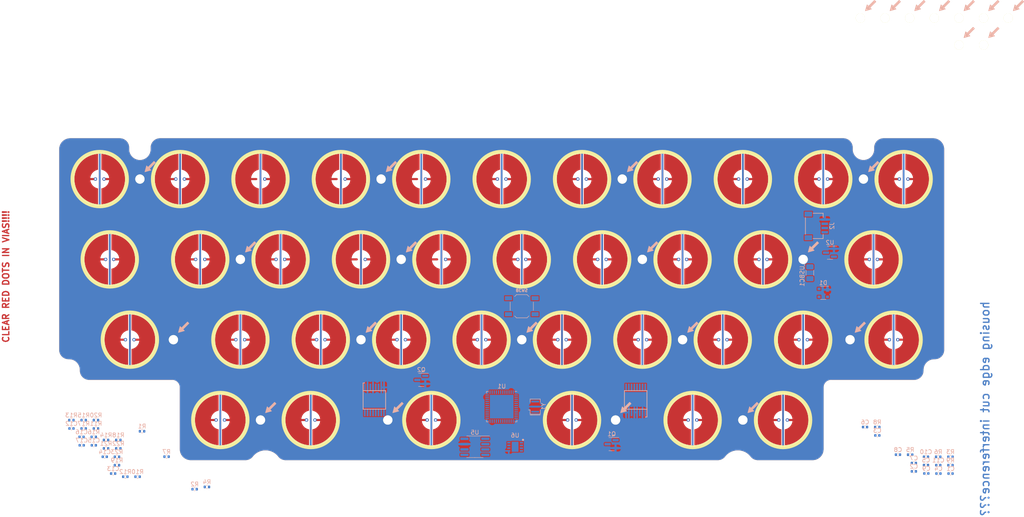
<source format=kicad_pcb>
(kicad_pcb (version 20211014) (generator pcbnew)

  (general
    (thickness 1.59)
  )

  (paper "A4")
  (layers
    (0 "F.Cu" signal)
    (1 "In1.Cu" signal)
    (2 "In2.Cu" signal)
    (31 "B.Cu" signal)
    (32 "B.Adhes" user "B.Adhesive")
    (33 "F.Adhes" user "F.Adhesive")
    (34 "B.Paste" user)
    (35 "F.Paste" user)
    (36 "B.SilkS" user "B.Silkscreen")
    (37 "F.SilkS" user "F.Silkscreen")
    (38 "B.Mask" user)
    (39 "F.Mask" user)
    (40 "Dwgs.User" user "User.Drawings")
    (41 "Cmts.User" user "User.Comments")
    (42 "Eco1.User" user "User.Eco1")
    (43 "Eco2.User" user "User.Eco2")
    (44 "Edge.Cuts" user)
    (45 "Margin" user)
    (46 "B.CrtYd" user "B.Courtyard")
    (47 "F.CrtYd" user "F.Courtyard")
    (48 "B.Fab" user)
    (49 "F.Fab" user)
    (50 "User.1" user)
    (51 "User.2" user)
    (52 "User.3" user)
    (53 "User.4" user)
    (54 "User.5" user)
    (55 "User.6" user)
    (56 "User.7" user)
    (57 "User.8" user)
    (58 "User.9" user)
  )

  (setup
    (stackup
      (layer "F.SilkS" (type "Top Silk Screen"))
      (layer "F.Paste" (type "Top Solder Paste"))
      (layer "F.Mask" (type "Top Solder Mask") (thickness 0.01))
      (layer "F.Cu" (type "copper") (thickness 0.035))
      (layer "dielectric 1" (type "prepreg") (thickness 0.2) (material "7628") (epsilon_r 4.6) (loss_tangent 0))
      (layer "In1.Cu" (type "copper") (thickness 0.0175))
      (layer "dielectric 2" (type "core") (thickness 1.065) (material "FR4") (epsilon_r 4.5) (loss_tangent 0.02))
      (layer "In2.Cu" (type "copper") (thickness 0.0175))
      (layer "dielectric 3" (type "prepreg") (thickness 0.2) (material "7628") (epsilon_r 4.6) (loss_tangent 0))
      (layer "B.Cu" (type "copper") (thickness 0.035))
      (layer "B.Mask" (type "Bottom Solder Mask") (thickness 0.01))
      (layer "B.Paste" (type "Bottom Solder Paste"))
      (layer "B.SilkS" (type "Bottom Silk Screen"))
      (copper_finish "None")
      (dielectric_constraints no)
    )
    (pad_to_mask_clearance 0)
    (pcbplotparams
      (layerselection 0x00010fc_ffffffff)
      (disableapertmacros false)
      (usegerberextensions false)
      (usegerberattributes true)
      (usegerberadvancedattributes true)
      (creategerberjobfile true)
      (svguseinch false)
      (svgprecision 6)
      (excludeedgelayer true)
      (plotframeref false)
      (viasonmask false)
      (mode 1)
      (useauxorigin false)
      (hpglpennumber 1)
      (hpglpenspeed 20)
      (hpglpendiameter 15.000000)
      (dxfpolygonmode true)
      (dxfimperialunits true)
      (dxfusepcbnewfont true)
      (psnegative false)
      (psa4output false)
      (plotreference true)
      (plotvalue true)
      (plotinvisibletext false)
      (sketchpadsonfab false)
      (subtractmaskfromsilk false)
      (outputformat 1)
      (mirror false)
      (drillshape 1)
      (scaleselection 1)
      (outputdirectory "")
    )
  )

  (net 0 "")
  (net 1 "GND")
  (net 2 "D-")
  (net 3 "D+")
  (net 4 "VCC")
  (net 5 "+5V")
  (net 6 "Net-(C2-Pad2)")
  (net 7 "NRST")
  (net 8 "APLEX_OUT_PIN_0")
  (net 9 "ROW0")
  (net 10 "ROW1")
  (net 11 "Net-(R1-Pad1)")
  (net 12 "Net-(R4-Pad1)")
  (net 13 "VBAT")
  (net 14 "BOOT1")
  (net 15 "COL0")
  (net 16 "COL1")
  (net 17 "COL2")
  (net 18 "COL3")
  (net 19 "COL4")
  (net 20 "COL5")
  (net 21 "COL6")
  (net 22 "COL7")
  (net 23 "COL8")
  (net 24 "COL9")
  (net 25 "COL10")
  (net 26 "ROW2")
  (net 27 "ROW3")
  (net 28 "unconnected-(U1-Pad2)")
  (net 29 "unconnected-(U1-Pad3)")
  (net 30 "unconnected-(U1-Pad4)")
  (net 31 "XTAL0")
  (net 32 "XTAL1")
  (net 33 "unconnected-(U1-Pad10)")
  (net 34 "unconnected-(U1-Pad11)")
  (net 35 "unconnected-(U1-Pad12)")
  (net 36 "Net-(Q2-Pad1)")
  (net 37 "unconnected-(U1-Pad14)")
  (net 38 "SPI1_CLK")
  (net 39 "Net-(R2-Pad2)")
  (net 40 "SPI1_MOSI")
  (net 41 "DISCHARGE_PIN")
  (net 42 "SPI1_CS")
  (net 43 "unconnected-(U1-Pad21)")
  (net 44 "Net-(C1-Pad1)")
  (net 45 "unconnected-(U1-Pad25)")
  (net 46 "unconnected-(U1-Pad26)")
  (net 47 "unconnected-(U1-Pad27)")
  (net 48 "unconnected-(U1-Pad28)")
  (net 49 "unconnected-(U1-Pad29)")
  (net 50 "unconnected-(U1-Pad30)")
  (net 51 "SWDIO")
  (net 52 "SWCLK")
  (net 53 "Net-(R9-Pad1)")
  (net 54 "ADC")
  (net 55 "RES_L")
  (net 56 "AMUX_SEL_2")
  (net 57 "AMUX_SEL_1")
  (net 58 "AMUX_SEL_0")
  (net 59 "BOOT0")
  (net 60 "APLEX_EN_PIN_1")
  (net 61 "APLEX_EN_PIN_0")
  (net 62 "SPI1_MISO")

  (footprint "cipulot_parts:ecs_pad_1U_no_ring" (layer "F.Cu") (at 211.1375 76.2))

  (footprint "cipulot_parts:HOLE_M2" (layer "F.Cu") (at 115.8875 95.25))

  (footprint "cipulot_parts:ecs_pad_1U_no_ring" (layer "F.Cu") (at 163.5125 95.25 180))

  (footprint "cipulot_parts:HOLE_M2" (layer "F.Cu") (at 220.6625 76.2))

  (footprint "cipulot_parts:ecs_pad_1U_no_ring" (layer "F.Cu") (at 115.8875 76.2))

  (footprint "cipulot_parts:ecs_pad_1U_no_ring" (layer "F.Cu") (at 173.0375 76.2))

  (footprint "cipulot_parts:ecs_pad_1U_no_ring" (layer "F.Cu") (at 53.975 57.15))

  (footprint "cipulot_parts:ecs_pad_1U_no_ring" (layer "F.Cu") (at 206.375 57.15))

  (footprint "cipulot_parts:HOLE_M2" (layer "F.Cu") (at 257.583826 25.34))

  (footprint "cipulot_parts:ecs_pad_1U_no_ring" (layer "F.Cu") (at 182.5625 95.25 180))

  (footprint "cipulot_parts:HOLE_M2" (layer "F.Cu") (at 263.423826 25.34))

  (footprint "cipulot_parts:HOLE_M2" (layer "F.Cu") (at 192.0875 95.25))

  (footprint "cipulot_parts:ecs_pad_1U_no_ring" (layer "F.Cu") (at 111.125 57.15))

  (footprint "cipulot_parts:HOLE_M2" (layer "F.Cu") (at 125.4125 76.2))

  (footprint "cipulot_parts:ecs_pad_1U_no_ring" (layer "F.Cu") (at 153.9875 76.2))

  (footprint "cipulot_parts:ecs_pad_1U_no_ring" locked (layer "F.Cu")
    (tedit 62421F5E) (tstamp 37b11be4-b120-4f6d-b10e-f27f2cfbee4b)
    (at 56.358 76.2)
    (descr " StepUp generated footprint")
    (property "Sheetfile" "matrix.kicad_sch")
    (property "Sheetname" "matrix")
    (path "/d0785ffc-20d6-4c18-9daf-1bbd2a4da96a/f0d647a1-0f06-4f49-8d54-193c6cf27a2d")
    (attr smd)
    (fp_text reference "SW12" (at -6 -8) (layer "Dwgs.User")
      (effects (font (size 0.8 0.8) (thickness 0.12)))
      (tstamp 17cca1ee-8ac8-4aa5-a0e1-57d1c0a9c323)
    )
    (fp_text value "EC_SW" (at -4.9 -5.6) (layer "F.SilkS") hide
      (effects (font (size 0.8 0.8) (thickness 0.12)))
      (tstamp ef396a4d-707b-4a77-8ef0-d2fc0b721b3d)
    )
    (fp_text user "${REFERENCE}" (at 0 -2.5) (layer "F.Fab")
      (effects (font (size 0.8 0.8) (thickness 0.12)))
      (tstamp ba9fc966-5d41-41d1-bccf-46b29143e6bd)
    )
    (fp_circle (center 0 0) (end 6.467 0) (layer "F.SilkS") (width 0.9) (fill none) (tstamp 2ce10bdf-dfea-4cc1-bbd0-3b3d2bf442a6))
    (fp_line (start -5.97 -7) (end 5.97 -7) (layer "Dwgs.User") (width 0.1) (tstamp 13412db3-addb-496d-b20e-8e8717f87ec1))
    (fp_line (start 9.3 2.804622) (end 9.3 6.1) (layer "Dwgs.User") (width 0.1) (tstamp 16eb7cb2-43c4-437e-bcbb-a3fdd4258d1c))
    (fp_line (start 8.824333 1.110619) (end 9.3 1.4) (layer "Dwgs.User") (width 0.1) (tstamp 27286e96-f3d0-4313-8a73-39332d3e7013))
    (fp_line (start -9.3 1.4) (end -8.824333 1.110619) (layer "Dwgs.User") (width 0.1) (tstamp 3df81835-45bc-4bd8-a495-1e6be6007d3e))
    (fp_line (start -9.3 -1.4) (end -9.3 -2.804622) (layer "Dwgs.User") (width 0.1) (tstamp 471848a4-92e2-44eb-b0bf-db621eda3ad5))
    (fp_line (start -9.3 6.1) (end -9.3 2.804622) (layer "Dwgs.User") (width 0.1) (tstamp 48204678-f067-4add-af1e-6d54c033994d))
    (fp_line (start -7.3 5.67) (end -7.3 -5.67) (layer "Dwgs.User") (width 0.1) (tstamp 4a20ca23-0248-4ccf-b97f-b4243b730581))
    (fp_line (start -6.3 -9.1) (end 6.3 -9.1) (layer "Dwgs.User") (width 0.1) (tstamp 5fe2d313-0f90-4561-bba7-7b92ca33dc44))
    (fp_line (start 6.3 9.1) (end -6.3 9.1) (layer "Dwgs.User") (width 0.1) (tstamp 664d9353-12d6-4091-b226-d8856863a532))
    (fp_line (start 9.3 -2.804622) (end 9.3 -1.4) (layer "Dwgs.User") (width 0.1) (tstamp 685dde4d-916f-4cd5-87ae-ab89c5999fa7))
    (fp_line (start -9.3 -2.804622) (end -9.3 -6.1) (layer "Dwgs.User") (width 0.1) (tstamp 6fe1d638-3fc7-405d-871f-4fa8ada56591))
    (fp_line (start 7.3 -5.67) (end 7.3 5.67) (layer "Dwgs.User") (width 0.1) (tstamp 72585d5a-53b4-4166-b8ef-8b9a0a93e99d))
    (fp_line (start 9.3 1.4) (end 9.3 2.804622) (layer "Dwgs.User") (width 0.1) (tstamp 78f7d74d-a636-494a-bc33-db62a7f14b06))
    (fp_line (start 5.97 7) (end -5.97 7) (layer "Dwgs.User") (width 0.1) (tstamp 8f5103e7-2db0-49f0-8c0d-a5c09a6bd7ea))
    (fp_line (start -7.3 5.67) (end -5.97 7) (layer "Dwgs.User") (width 0.1) (tstamp 96fddccf-404e-4936-b392-11829de42152))
    (fp_line (start 9.3 -6.1) (end 9.3 -2.804622) (layer "Dwgs.User") (width 0.1) (tstamp 9d2ba66f-2d3f-42cc-8dd6-387b4800e25f))
    (fp_line (start -9.3 2.804622) (end -9.3 1.4) (layer "Dwgs.User") (width 0.1) (tstamp 9ea9def1-d6d7-49cc-87bb-6052ae79ab10))
    (fp_line (start 7.3 5.67) (end 5.97 7) (layer "Dwgs.User") (width 0.1) (tstamp a2dcfbc1-7996-4bcc-bb94-9e6b17df6f4b))
    (fp_line (start -7.3 -5.67) (end -5.97 -7) (layer "Dwgs.User") (width 0.1) (tstamp cd41cfb6-f492-4846-8626-b8fa68867a32))
    (fp_line (start 5.97 -7) (end 7.3 -5.67) (layer "Dwgs.User") (width 0.1) (tstamp e322730e-c8dc-4f1c-b37f-a3940a7ba515))
    (fp_line (start -5.97 7) (end -7.3 5.67) (layer "Dwgs.User") (width 0.1) (tstamp fd04a23c-5982-4388-a96b-6d70973c2414))
    (fp_line (start 9.3 -1.4) (end 8.824333 -1.110619) (layer "Dwgs.User") (width 0.1) (tstamp ff6568a3-ec2c-47cd-a2ae-43d2e7cea773))
    (fp_line (start -8.824333 -1.110619) (end -9.3 -1.4) (layer "Dwgs.User") (width 0.1) (tstamp ffb6bf5b-6d76-48be-bc27-d4a640f81b6a))
    (fp_arc (start -8.824333 -1.110619) (mid -8.2 0) (end -8.824333 1.110619) (layer "Dwgs.User") (width 0.1) (tstamp 0f4c6277-70bf-44e4-bb93-2fbd0b1dd869))
    (fp_arc (start -9.3 -6.1) (mid -8.42132 -8.22132) (end -6.3 -9.1) (layer "Dwgs.User") (width 0.1) (tstamp 439098df-1833-4076-8f1a-b0f0eca82c83))
    (fp_arc (start 9.3 6.1) (mid 8.42132 8.22132) (end 6.3 9.1) (layer "Dwgs.User") (width 0.1) (tstamp 92e19a39-f5e0-4dde-b964-abeb37c51e8b))
    (fp_arc (start 8.824333 1.110619) (mid 8.2 0) (end 8.824333 -1.110619) (layer "Dwgs.User") (width 0.1) (tstamp ab17725a-ab09-4dc1-b427-5d61b288b2fc))
    (fp_arc (start -6.3 9.1) (mid -8.42132 8.22132) (end -9.3 6.1) (layer "Dwgs.User") (width 0.1) (tstamp d66ad819-8aee-4f48-9e65-3e54f8f36ab9))
    (fp_arc (start 6.3 -9.1) (mid 8.42132 -8.22132) (end 9.3 -6.1) (layer "Dwgs.User") (width 0.1) (tstamp f65d1acc-8966-4ae0-a844-31511d86fa15))
    (pad "1" smd custom locked (at -1 0) (size 0.4 0.4) (layers "F.Cu")
      (net 10 "ROW1") (pinfunction "1") (pintype "passive") (zone_connect 0)
      (options (clearance outline) (anchor circle))
      (primitives
        (gr_poly (pts
            (xy 0.6 -2.214159)
            (xy 0.320477 -2.144936)
            (xy 0.052085 -2.040578)
            (xy -0.20078 -1.902795)
            (xy -0.433976 -1.733843)
            (xy -0.643683 -1.536492)
            (xy -0.826466 -1.313972)
            (xy -0.979332 -1.069928)
            (xy -1.099775 -0.80836)
            (xy -1.185824 -0.53355)
            (xy -1.236068 -0.25)
            (xy 0 -0.25)
            (xy 0.095671 -0.23097)
            (xy 0.176777 -0.176777)
            (xy 0.23097 -0.095671)
            (xy 0.25 0)
            (xy 0.23097 0.095671)
            (xy 0.176777 0.176777)
            (xy 0.095671 0.23097)
            (xy 0 0.25)
            (xy -1.236068 0.25)
            (xy -1.185824 0.53355)
            (xy -1.099775 0.80836)
            (xy -0.979332 1.069928)
            (xy -0.826466 1.313972)
            (xy -0.643683 1.536492)
            (xy -0.433976 1.733843)
            (xy -0.20078 1.902795)
            (xy 0.052085 2.040578)
            (xy 0.320477 2.144936)
            (xy 0.6 2.214159)
            (xy 0.6 5.986652)
            (xy 0.115133 5.934392)
            (xy -0.363889 5.842928)
            (xy -0.8339 5.712864)
            (xy -1.291796 5.545058)
            (xy -1.734552 5.34062)
            (xy -2.159242 5.100901)
            (xy -2.563061 4.827483)
            (xy -2.943342 4.522174)
            (xy -3.297572 4.186989)
            (xy -3.62341 3.824144)
            (xy -3.918705 3.436035)
            (xy -4.181506 3.025227)
            (xy -4.410075 2.594434)
            (xy -4.602904 2.1465)
            (xy -4.758719 1.684386)
            (xy -4.876489 1.211145)
            (xy -4.955438 0.729902)
            (xy -4.995043 0.243838)
            (xy -4.995043 -0.243838)
            (xy -4.955438 -0.729902)
            (xy -4.876489 -1.211145)
            (xy -4.758719 -1.684386)
            (xy -4.602904 -2.1465)
            (xy -4.410075 -2.594434)
            (xy -4.181506 -3.025227)
            (xy -3.918705 -3.436035)
            (xy -3.62341 -3.824144)
            (xy -3.297572 -4.186989)
            (xy -2.943342 -4.522174)
            (xy -2.563061 -4.827483)
            (xy -2.159242 -5.100901)
            (xy -1.734552 -5.34062)
            (xy -1.291796 -5.545058)
            (xy -0.8339 -5.712864)
            (xy -0.363889 -5.842928)
            (xy 0.115133 -5.934392)
            (xy 0.6 -5.986652)
          ) (width 0) (fill yes))
      ) (tstamp ee218e06-2aa2-4b80-bd47-1383620eef97))
    (pad "2" smd custom locked (at 1 0 180) (size 0.4 0.4) (layers "F.Cu")
      (net 15 "COL0") (pinfunction "2") (pintype "passive") (zone_connect 0)
      (options (clearance outline) (anchor circle))
      (primitives
        (gr_poly (pts
            (xy 0.6 -2.214159)
            (xy 0.320477 -2.144936)
            (xy 0.052085 -2.040578)
            (xy -0.20078 -1.902795)
            (xy -0.433976 -1.733843)
            (xy -0.643683 -1.536492)
            (xy -0.826466 -1.313972)
            (xy -0.979332 -1.069928)
            (xy -1.099775 -0.80836)
            (xy -1.185824 -0.53355)
            (xy -1.236068 -0.25)
            (xy 0 -0.25)
            (xy 0.095671 -0.23097)
            (xy 0.176777 -0.176777)
            (xy 0.23097 -0.095671)
            (xy 0.25 0)
            (xy 0.23097 0.095671)
            (xy 0.176777 0.176777)
            (xy 0.095671 0.23097)
            (xy 0 0.25)
            (xy -1.236068 0.25)
            (xy -1.185824 0.53355)
            (xy -1.099775 0.80836)
            (xy -0.979332 1.069928)
            (xy -0.826466 1.313972)
            (xy -0.643683 1.536492)
            (xy -0.433976 1.733843)
            (xy -0.20078 1.902795)
            (xy 0.052085 2.040578)
            (xy 0.320477 2.144936)
            (xy 0.6 2.214159)
            (xy 0.6 5.986652)
            (xy 0.115133 5.934392)
            (xy -0.363889 5.842928)
            (xy -0.8339 5.712864)
            (xy -1.291796 5.545058)
            (xy -1.734552 5.34062)
            (xy -2.159242 5.100901)
            (xy -2.563061 4.827483)
            (xy -2.943342 4.522174)
            (xy -3.297572 4.186989)
            (xy -3.62341 3.824144)
            (xy -3.918705 3.436035)
            (xy -4.181506 3.025227)
            (xy -4.410075 2.594434)
            (xy -4.602904 2.1465)
            (xy -4.758719 1.684386)
            (xy -4.876489 1.211145)
            (xy -4.955438 0.729902)
            (xy -4.995043 0.243838)
            (xy -4.995043 -0.243838)
            (xy -4.955438 -0.729902)
            (xy -4.876489 -1.211145)
            (xy -4.758719 -1.684386)
            (xy -4.602904 -2.1465)
            (xy -4.410075 -2.594434)
            (xy -4.181506 -3.025227)
            (xy -3.918705 -3.436035)
            (xy -3.62341 -3.824144)
            (xy -3.297572 -4.186989)
            (xy -2.943342 -4.522174)
            (xy -2.563061 -4.827483)
            (xy -2.159242 -5.100901)
            (xy -1.734552 -5.34062)
            (xy -1.291796 -5.545058)
            (xy -0.8339 -5.712864)
            (xy -0.363889 -5.842928)
            (xy 0.115133 -5.934392)
            (xy 0.6 -5.986652)
          ) (width 0) (fill yes))
      ) (tstamp 3a8e4b3b-43f7-4f01-b478-ee0fccb79b52))
    (pad "3" smd custom locked (at 0 0) (size 0.4 0.4) (layers "B.Cu")
      (net 1 "GND") (pinfunction "SG") (pintype "input") (zone_connect 2)
      (options (clearance convexhull) (anchor rect))
      (primitives
        (gr_line (start 0 -6.5) (end 0 6.5) (width 0.4))
      ) (tstamp 0c0de62a-e55d-44ad-8954-00f5ea358cd0))
    (pad "3" smd custom locked (at 0 0) (size 0.4 0.4) (layers "F.Cu")
      (net 1 "GND") (pinfunction "SG") (pintype "input") (zone_connect 2)
      (options (clearance convexhull) (anchor rect))
      (primitives
        (gr_line (start 0 -7) (end 0 7) (width 0.4))
      ) (tstamp dddf186e-69e2-4b84-8602-bf8ab9796ef4))
    (zone (net 0) (net_name "") (layer "F.Cu") (tstamp 3ac2d6bb-0f7b-4336-aa1e-a005aa713964) (hatch edge 0.508)
      (connect_pads (clearance 0))
      (min_thickness 0.254)
      (keepout (tracks allowed) (vias allowed) (pads allowed) (copperpour not_allowed) (footprints allowed))
      (fill (thermal_gap 0.508) (thermal_bridge_width 0.508))
      (polygon
        (pts
          (xy 63.362905 76.2)
          (xy 63.344093 75.686973)
          (xy 63.287759 75.176702)
          (xy 63.194204 74.671927)
          (xy 63.063932 74.17536)
          (xy 62.897642 73.689667)
          (xy 62.696228 73.217457)
          (xy 62.46077 72.761266)
          (xy 62.192534 72.323545)
          (xy 61.892961 71.906644)
          (xy 61.563659 71.512804)
          (xy 61.206397 71.144138)
          (xy 60.823094 70.802628)
          (xy 60.41581 70.490107)
          (xy 59.98673 70.208255)
          (xy 59.53816 69.958584)
          (xy 59.07251 69.742436)
          (xy 58.59228 69.560972)
          (xy 58.100049 69.415167)
          (xy 57.598462 69.305803)
          (xy 57.090212 69.233469)
          (xy 56.578029 69.198551)
          (xy 56.064665 69.201239)
          (xy 55.552876 69.241518)
          (xy 55.045412 69.319171)
          (xy 54.544997 69.433781)
          (xy 54.05432 69.584733)
          (xy 53.576017 69.771216)
          (xy 53.112655 69.992228)
          (xy 52.666725 70.246582)
          (xy 52.24062 70.532913)
          (xy 51.83663 70.849681)
          (xy 51.456925 71.195187)
          (xy 51.103543 71.567573)
          (xy 50.778384 71.964841)
          (xy 50.483192 72.384855)
          (xy 50.219555 72.825361)
          (xy 49.988887 73.283993)
          (xy 49.792429 73.758286)
          (xy 49.631234 74.245694)
          (xy 49.506169 74.743598)
          (xy 49.417905 75.249325)
          (xy 49.366918 75.760158)
          (xy 49.353479 76.273354)
          (xy 49.377662 76.786155)
          (xy 49.439337 77.295809)
          (xy 49.538172 77.799576)
          (xy 49.673637 78.294752)
          (xy 49.845004 78.778678)
          (xy 50.051353 79.248753)
          (xy 50.291574 79.702452)
          (xy 50.564379 80.137341)
          (xy 50.868302 80.551081)
          (xy 51.20171 80.941452)
          (xy 51.562813 81.306356)
          (xy 51.94967 81.643834)
          (xy 52.360206 81.952072)
          (xy 52.792213 82.229416)
          (xy 53.243373 82.474376)
          (xy 53.711261 82.685635)
          (xy 54.193365 82.862061)
          (xy 54.687096 83.002703)
          (xy 55.189801 83.106809)
          (xy 55.69878 83.173817)
          (xy 56.2113 83.203369)
          (xy 56.724608 83.195305)
          (xy 57.235947 83.149669)
          (xy 57.742571 83.066706)
          (xy 58.241758 82.946862)
          (xy 58.730827 82.79078)
          (xy 59.207152 82.599299)
          (xy 59.668173 82.373447)
          (xy 60.111416 82.114437)
          (xy 60.534499 81.82366)
          (xy 60.935149 81.502678)
          (xy 61.311216 81.153216)
          (xy 61.660678 80.777149)
          (xy 61.98166 80.376499)
          (xy 62.272437 79.953416)
          (xy 62.531447 79.510173)
          (xy 62.757299 79.049152)
          (xy 62.94878 78.572827)
          (xy 63.104862 78.083758)
          (xy 63.224706 77.584571)
          (xy 63.307669 77.077947)
          (xy 63.353305 76.566608)
        )
      )
    )
    (zone (net 0) (net_name "") (layer "B.Cu") (tstamp 3d05d7e7-ff6e-4099-b11c-213ec33cff63) (hatch edge 0.508)
      (connect_pads (clearance 0))
      (min_thickness 0.254)
      (keepout (tracks allowed) (vias allowed) (pads allowed) (copperpour not_allowed) (footprints allowed))
      (fill (thermal_gap 0.508) (thermal_bridge_width 0.508))
      (polygon
        (pts
          (xy 62.916256 76.2)
          (xy 62.896039 75.685445)
          (xy 62.835513 75.174063)
          (xy 62.735051 74.669006)
          (xy 62.595272 74.173387)
          (xy 62.417038 73.690264)
          (xy 62.201449 73.222614)
          (xy 61.949832 72.773321)
          (xy 61.663741 72.345154)
          (xy 61.344937 71.940753)
          (xy 60.995387 71.562613)
          (xy 60.617247 71.213063)
          (xy 60.212846 70.894259)
          (xy 59.784679 70.608168)
          (xy 59.335386 70.356551)
          (xy 58.86773
... [1502032 chars truncated]
</source>
